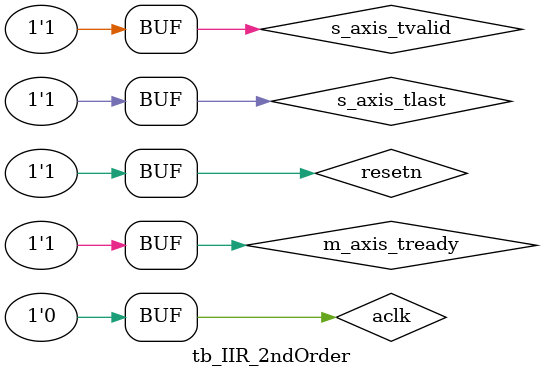
<source format=v>
`timescale 1ns / 1ps


module tb_IIR_2ndOrder();

    reg aclk, resetn, s_axis_tvalid, s_axis_tlast;
    reg signed [15:0] s_axis_tdata;
    wire m_axis_tvalid;
    wire signed [15:0] m_axis_tdata;
    reg m_axis_tready;
    wire signed [15:0] data_monitor;
     
    

    always begin
       aclk = 1; #50;
       aclk = 0; #50;
    end
   
    
    initial begin
        resetn = 1;  #400;
        resetn = 0;  #400;
        resetn = 1;  #400;
    end
    
    initial begin
        s_axis_tvalid = 0; s_axis_tlast =0; m_axis_tready =0; #800;
        s_axis_tvalid = 1; s_axis_tlast =1; m_axis_tready =1; #800;
    end
    
 
    
    /* Instantiate bandPass module to test. */
    IIR_2ndOrder #(
    .saturation_bit(32767)    
    ) inst_IIR_2ndOrder
    (
      .aclk(aclk),
      .resetn(resetn),
      .s_axis_tdata(s_axis_tdata),    
      .s_axis_tlast(s_axis_tlast),   
      .s_axis_tvalid(s_axis_tvalid), 
      .s_axis_tready(s_axis_tready), 
      .m_axis_tdata(m_axis_tdata),
      .m_axis_tlast(m_axis_tlast),  
      .m_axis_tvalid(m_axis_tvalid), 
      .m_axis_tready(m_axis_tready),
             //10MHz, 3kHz notch filter
      .b0 ( 28'd33548108),//numerators
      .b1 (-28'd67096098),
      .b2 ( 28'd33548108),
      .a1 (-28'd67096098),//denominators
      .a2 ( 28'd33541784 ),
      .gain(128), //value = gain*2^7
      .OnOff(0),
      .data_monitor(data_monitor)      
    );
    
    

    reg [4:0] state_reg;
    reg [15:0] cntr;
    
    parameter wvfm_period = 16'd417; //4166 for 300Hz
    
    parameter init               = 5'd0;
    parameter sendSample0        = 5'd1;
    parameter sendSample1        = 5'd2;
    parameter sendSample2        = 5'd3;
    parameter sendSample3        = 5'd4;
    parameter sendSample4        = 5'd5;
    parameter sendSample5        = 5'd6;
    parameter sendSample6        = 5'd7;
    parameter sendSample7        = 5'd8;
    
    /* This state machine generates a 1/(8*100ns*wvfm_period) sinusoid. */
    always @ (posedge aclk or negedge resetn)
        begin
            if (resetn == 1'b0)
                begin
                    cntr <= 16'd0;
                    s_axis_tdata <= 16'd0;
                    state_reg <= init;
                end
            else
                begin
                    case (state_reg)
                        init : //0
                            begin
                                cntr <= 16'd0;
                                s_axis_tdata <= 16'h0000;
                                state_reg <= sendSample0;
                            end
                            
                        sendSample0 : //1
                            begin
                                s_axis_tdata <= 16'h0000;
                                
                                if (cntr == (wvfm_period-1'b1))
                                    begin
                                        cntr <= 16'd0;
                                        state_reg <= sendSample1;
                                    end
                                else
                                    begin 
                                        cntr <= cntr + 1;
                                        state_reg <= sendSample0;
                                    end
                            end 
                        
                        sendSample1 : //2
                            begin
                                s_axis_tdata <= 16'h5A81;
                                
                                if (cntr == (wvfm_period-1'b1))
                                    begin
                                        cntr <= 16'd0;
                                        state_reg <= sendSample2;
                                    end
                                else
                                    begin 
                                        cntr <= cntr + 1;
                                        state_reg <= sendSample1;
                                    end
                            end 
                        
                        sendSample2 : //3
                            begin
                                s_axis_tdata <= 16'h7FFF;//16'h1fff;//
                                
                                if (cntr == (wvfm_period-1'b1))
                                    begin
                                        cntr <= 16'd0;
                                        state_reg <= sendSample3;
                                    end
                                else
                                    begin 
                                        cntr <= cntr + 1;
                                        state_reg <= sendSample2;
                                    end
                            end 
                        
                        sendSample3 : //4
                            begin
                                s_axis_tdata <= 16'h5A81;//16'h16a0;
                                
                                if (cntr == (wvfm_period-1'b1))
                                    begin
                                        cntr <= 16'd0;
                                        state_reg <= sendSample4;
                                    end
                                else
                                    begin 
                                        cntr <= cntr + 1;
                                        state_reg <= sendSample3;
                                    end
                            end 
                        
                        sendSample4 : //5
                            begin
                                s_axis_tdata <= 16'hffff;
                                
                                if (cntr == (wvfm_period-1'b1))
                                    begin
                                        cntr <= 16'd0;
                                        state_reg <= sendSample5;
                                    end
                                else
                                    begin 
                                        cntr <= cntr + 1;
                                        state_reg <= sendSample4;
                                    end
                            end 
                        
                        sendSample5 : //6
                            begin
                                s_axis_tdata <=16'hA57e;// 16'he960;// 
                                
                                if (cntr == (wvfm_period-1'b1))
                                    begin
                                        cntr <= 16'd0;
                                        state_reg <= sendSample6;
                                    end
                                else
                                    begin 
                                        cntr <= cntr + 1;
                                        state_reg <= sendSample5;
                                    end
                            end 
                        
                        sendSample6 : //6
                            begin
                                s_axis_tdata <=16'h8001; // 16'he001;//
                                
                                if (cntr == (wvfm_period-1'b1))
                                    begin
                                        cntr <= 16'd0;
                                        state_reg <= sendSample7;
                                    end
                                else
                                    begin 
                                        cntr <= cntr + 1;
                                        state_reg <= sendSample6;
                                    end
                            end 
                        
                        sendSample7 : //6
                            begin
                                s_axis_tdata <= 16'hA57e;//16'he960;// 
                                
                                if (cntr == (wvfm_period-1'b1))
                                    begin
                                        cntr <= 16'd0;
                                        state_reg <= sendSample0;
                                    end
                                else
                                    begin 
                                        cntr <= cntr + 1;
                                        state_reg <= sendSample7;
                                    end
                            end                     
                    
                    endcase
                end
        end
        
endmodule
</source>
